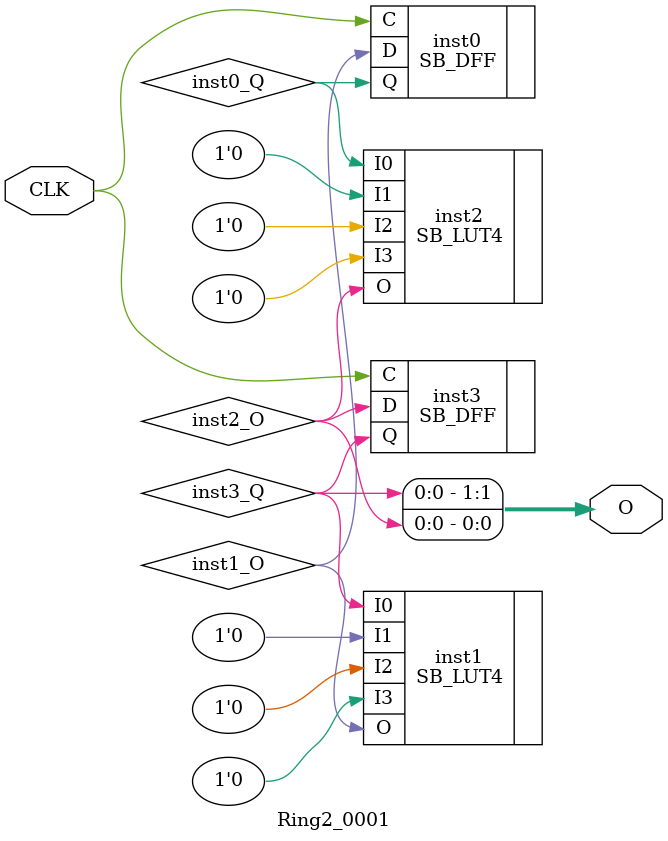
<source format=v>
module Ring2_0001 (output [1:0] O, input  CLK);
wire  inst0_Q;
wire  inst1_O;
wire  inst2_O;
wire  inst3_Q;
SB_DFF inst0 (.C(CLK), .D(inst1_O), .Q(inst0_Q));
SB_LUT4 #(.LUT_INIT(16'h5555)) inst1 (.I0(inst3_Q), .I1(1'b0), .I2(1'b0), .I3(1'b0), .O(inst1_O));
SB_LUT4 #(.LUT_INIT(16'h5555)) inst2 (.I0(inst0_Q), .I1(1'b0), .I2(1'b0), .I3(1'b0), .O(inst2_O));
SB_DFF inst3 (.C(CLK), .D(inst2_O), .Q(inst3_Q));
assign O = {inst3_Q,inst2_O};
endmodule


</source>
